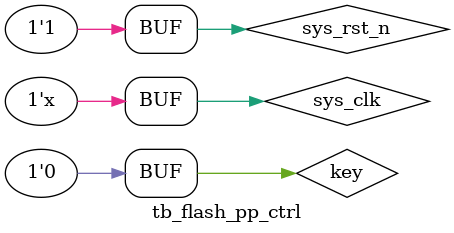
<source format=v>
`timescale  1ns/1ns

module  tb_flash_pp_ctrl();

//wire  define
wire            cs_n;
wire            sck ;
wire            mosi;

//reg   define
reg     sys_clk     ;
reg     sys_rst_n   ;
reg     key         ;

//时钟、复位信号、模拟按键信号
initial
    begin
        sys_clk     =   0;
        sys_rst_n   <=  0;
        key <=  0;
        #100
        sys_rst_n   <=  1;
        #1000
        key <=  1;
        #20
        key <=  0;
    end

always  #10 sys_clk <=  ~sys_clk;

//写入Flash仿真模型初始值(全F)
defparam memory.mem_access.initfile = "initmemory.txt";

//------------- flash_pp_ctrl_inst -------------
flash_pp_ctrl  flash_pp_ctrl_inst
(
    .sys_clk    (sys_clk    ),  //系统时钟，频率50MHz
    .sys_rst_n  (sys_rst_n  ),  //复位信号,低电平有效
    .key        (key        ),  //按键输入信号

    .sck        (sck        ),  //串行时钟
    .cs_n       (cs_n       ),  //片选信号
    .mosi       (mosi       )   //主输出从输入数据
);

//------------- memory -------------
m25p16  memory
(
    .c          (sck    ),  //输入串行时钟,频率12.5Mhz,1bit
    .data_in    (mosi   ),  //输入串行指令或数据,1bit
    .s          (cs_n   ),  //输入片选信号,1bit
    .w          (1'b1   ),  //输入写保护信号,低有效,1bit
    .hold       (1'b1   ),  //输入hold信号,低有效,1bit

    .data_out   (       )   //输出串行数据
);

endmodule

</source>
